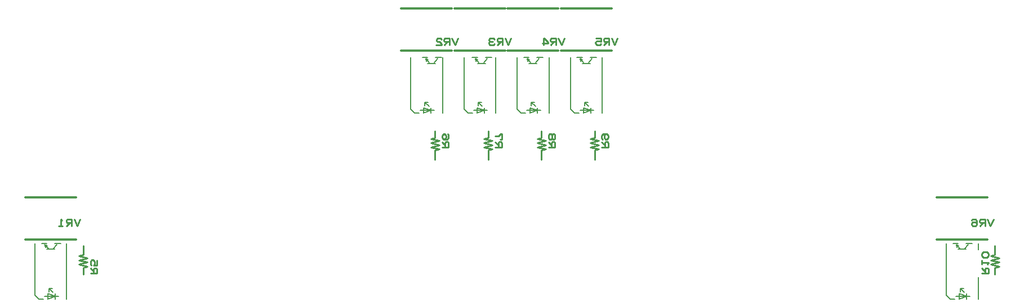
<source format=gbo>
G71*G90*G75*D02*
%ASAXBY*OFA0B0*MOMM*FSLAX44Y44*IPPOS*%
%ADD11C,0.200*%
%ADD12C,0.250*%
%ADD13C,0.300*%
G54D11*
G01X1300500Y1257000D02*
X1321500D01*
X1305500Y1253000D02*
X1316500Y1257000D01*
X1305500Y1261000D01*
Y1253000D01*
X1316500Y1261000D02*
Y1253000D01*
X1307500Y1264000D02*
Y1269000D01*
X1312500D01*
X1307500D02*
X1313500Y1263000D01*
X2670500Y1257000D02*
X2691500D01*
X2675500Y1253000D02*
X2686500Y1257000D01*
X2675500Y1261000D01*
Y1253000D01*
X2686500Y1261000D02*
Y1253000D01*
X2677500Y1264000D02*
Y1269000D01*
X2682500D01*
X2677500D02*
X2683500Y1263000D01*
X1316000Y1337000D02*
X1325000D01*
X1296000D02*
X1304000D01*
X1301000Y1335000D02*
X1304500Y1333500D01*
X1304000Y1328000D02*
X1316000D01*
X1301000Y1335000D02*
X1307000Y1328000D01*
X1313000D02*
X1319000Y1335000D01*
X1301000D02*
X1302000Y1331000D01*
X1888500Y1617000D02*
X1897500D01*
X1868500D02*
X1876500D01*
X1873500Y1615000D02*
X1877000Y1613500D01*
X1876500Y1608000D02*
X1888500D01*
X1873500Y1615000D02*
X1879500Y1608000D01*
X1885500D02*
X1891500Y1615000D01*
X1873500D02*
X1874500Y1611000D01*
X1963500Y1617000D02*
X1972500D01*
X1943500D02*
X1951500D01*
X1948500Y1615000D02*
X1952000Y1613500D01*
X1951500Y1608000D02*
X1963500D01*
X1948500Y1615000D02*
X1954500Y1608000D01*
X1960500D02*
X1966500Y1615000D01*
X1948500D02*
X1949500Y1611000D01*
X2686000Y1337000D02*
X2695000D01*
X2666000D02*
X2674000D01*
X2671000Y1335000D02*
X2674500Y1333500D01*
X2674000Y1328000D02*
X2686000D01*
X2671000Y1335000D02*
X2677000Y1328000D01*
X2683000D02*
X2689000Y1335000D01*
X2671000D02*
X2672000Y1331000D01*
X1334000Y1337000D02*
Y1253000D01*
X1292000D02*
X1299000D01*
X1286000Y1259000D02*
X1292000Y1253000D01*
X1286000Y1337000D02*
Y1259000D01*
X2656000D02*
X2662000Y1253000D01*
X2656000Y1337000D02*
Y1259000D01*
X2662000Y1253000D02*
X2669000D01*
X2704000Y1337000D02*
Y1327000D01*
Y1286000D02*
Y1253000D01*
X2025500Y1537000D02*
X2046500D01*
X2030500Y1533000D02*
X2041500Y1537000D01*
X2030500Y1541000D01*
Y1533000D01*
X2041500Y1541000D02*
Y1533000D01*
X2032500Y1544000D02*
Y1549000D01*
X2037500D01*
X2032500D02*
X2038500Y1543000D01*
G54D12*
X2058250Y1481500D02*
X2068000D01*
Y1488250D01*
X2066500Y1489750D01*
X2064250D01*
X2062750Y1488250D01*
Y1481500D01*
Y1484500D02*
X2058250Y1489000D01*
X2063500Y1495000D02*
X2062000Y1493500D01*
X2059750D01*
X2058250Y1495000D01*
Y1500250D01*
X2059750Y1501750D01*
X2062000D01*
X2063500Y1500250D01*
Y1495000D01*
X2065000Y1493500D01*
X2066500D01*
X2068000Y1495000D01*
Y1500250D01*
X2066500Y1501750D01*
X2065000D01*
X2063500Y1500250D01*
G54D11*
X2011000Y1539000D02*
X2017000Y1533000D01*
X2011000Y1617000D02*
Y1539000D01*
X2017000Y1533000D02*
X2024000D01*
X2059000Y1617000D02*
Y1533000D01*
G54D12*
X2041350Y1494540D02*
X2054050Y1491360D01*
X2041350Y1488190D01*
X2054050Y1485010D01*
X2041350Y1481840D01*
X2054050Y1478660D01*
X2047700Y1496130D02*
X2041350Y1494540D01*
X2054050Y1478660D02*
X2047700Y1477080D01*
Y1506000D02*
Y1496130D01*
Y1463000D02*
Y1477080D01*
G54D11*
X2041000Y1617000D02*
X2050000D01*
X2021000D02*
X2029000D01*
X2026000Y1615000D02*
X2029500Y1613500D01*
X2029000Y1608000D02*
X2041000D01*
X2026000Y1615000D02*
X2032000Y1608000D01*
X2038000D02*
X2044000Y1615000D01*
X2026000D02*
X2027000Y1611000D01*
X2105500Y1537000D02*
X2126500D01*
X2110500Y1533000D02*
X2121500Y1537000D01*
X2110500Y1541000D01*
Y1533000D01*
X2121500Y1541000D02*
Y1533000D01*
X2112500Y1544000D02*
Y1549000D01*
X2117500D01*
X2112500D02*
X2118500Y1543000D01*
X2091000Y1539000D02*
X2097000Y1533000D01*
X2091000Y1617000D02*
Y1539000D01*
X2097000Y1533000D02*
X2104000D01*
X2139000Y1617000D02*
Y1533000D01*
G54D12*
X2121350Y1494540D02*
X2134050Y1491360D01*
X2121350Y1488190D01*
X2134050Y1485010D01*
X2121350Y1481840D01*
X2134050Y1478660D01*
X2127700Y1496130D02*
X2121350Y1494540D01*
X2134050Y1478660D02*
X2127700Y1477080D01*
Y1506000D02*
Y1496130D01*
Y1463000D02*
Y1477080D01*
X2138250Y1481500D02*
X2148000D01*
Y1488250D01*
X2146500Y1489750D01*
X2144250D01*
X2142750Y1488250D01*
Y1481500D01*
Y1484500D02*
X2138250Y1489000D01*
X2139750Y1493500D02*
X2138250Y1495000D01*
Y1499500D01*
X2140500Y1501750D01*
X2145750D01*
X2148000Y1499500D01*
Y1495750D01*
X2145750Y1493500D01*
X2144250D01*
X2142000Y1495750D01*
Y1499500D01*
X2144250Y1501750D01*
G54D11*
X2121000Y1617000D02*
X2130000D01*
X2101000D02*
X2109000D01*
X2106000Y1615000D02*
X2109500Y1613500D01*
X2109000Y1608000D02*
X2121000D01*
X2106000Y1615000D02*
X2112000Y1608000D01*
X2118000D02*
X2124000Y1615000D01*
X2106000D02*
X2107000Y1611000D01*
X1945500Y1537000D02*
X1966500D01*
X1950500Y1533000D02*
X1961500Y1537000D01*
X1950500Y1541000D01*
Y1533000D01*
X1961500Y1541000D02*
Y1533000D01*
X1952500Y1544000D02*
Y1549000D01*
X1957500D01*
X1952500D02*
X1958500Y1543000D01*
G54D12*
X1978250Y1481500D02*
X1988000D01*
Y1488250D01*
X1986500Y1489750D01*
X1984250D01*
X1982750Y1488250D01*
Y1481500D01*
Y1484500D02*
X1978250Y1489000D01*
Y1498000D02*
X1982750D01*
X1986500Y1501750D01*
X1988000D01*
Y1493500D01*
X1985750D01*
G54D11*
X1931000Y1539000D02*
X1937000Y1533000D01*
X1931000Y1617000D02*
Y1539000D01*
X1937000Y1533000D02*
X1944000D01*
X1979000Y1617000D02*
Y1533000D01*
G54D12*
X1961350Y1494540D02*
X1974050Y1491360D01*
X1961350Y1488190D01*
X1974050Y1485010D01*
X1961350Y1481840D01*
X1974050Y1478660D01*
X1967700Y1496130D02*
X1961350Y1494540D01*
X1974050Y1478660D02*
X1967700Y1477080D01*
Y1506000D02*
Y1496130D01*
Y1463000D02*
Y1477080D01*
G54D11*
X1865500Y1537000D02*
X1886500D01*
X1870500Y1533000D02*
X1881500Y1537000D01*
X1870500Y1541000D01*
Y1533000D01*
X1881500Y1541000D02*
Y1533000D01*
X1872500Y1544000D02*
Y1549000D01*
X1877500D01*
X1872500D02*
X1878500Y1543000D01*
G54D12*
X1898250Y1481500D02*
X1908000D01*
Y1488250D01*
X1906500Y1489750D01*
X1904250D01*
X1902750Y1488250D01*
Y1481500D01*
Y1484500D02*
X1898250Y1489000D01*
X1902000Y1493500D02*
X1904250Y1495750D01*
Y1499500D01*
X1902000Y1501750D01*
X1900500D01*
X1898250Y1499500D01*
Y1495750D01*
X1900500Y1493500D01*
X1905750D01*
X1908000Y1495750D01*
Y1500250D01*
X1906500Y1501750D01*
G54D11*
X1851000Y1539000D02*
X1857000Y1533000D01*
X1851000Y1617000D02*
Y1539000D01*
X1857000Y1533000D02*
X1864000D01*
X1899000Y1617000D02*
Y1533000D01*
G54D12*
X1881350Y1494540D02*
X1894050Y1491360D01*
X1881350Y1488190D01*
X1894050Y1485010D01*
X1881350Y1481840D01*
X1894050Y1478660D01*
X1887700Y1496130D02*
X1881350Y1494540D01*
X1894050Y1478660D02*
X1887700Y1477080D01*
Y1506000D02*
Y1496130D01*
Y1463000D02*
Y1477080D01*
G54D13*
X1836900Y1690850D02*
X1913100D01*
Y1627350D02*
X1836900D01*
G54D12*
X1921950Y1645500D02*
X1917450Y1635750D01*
X1912950Y1645500D01*
X1909200Y1635750D02*
Y1645500D01*
X1902450D01*
X1900950Y1644000D01*
Y1641750D01*
X1902450Y1640250D01*
X1909200D01*
X1906200D02*
X1901700Y1635750D01*
X1897200Y1644000D02*
X1895700Y1645500D01*
X1891200D01*
X1889700Y1644000D01*
Y1641750D01*
X1891200Y1640250D01*
X1894200D01*
X1897200Y1637250D01*
Y1635750D01*
X1888950D01*
G54D13*
X1916900Y1690850D02*
X1993100D01*
Y1627350D02*
X1916900D01*
G54D12*
X2001950Y1645500D02*
X1997450Y1635750D01*
X1992950Y1645500D01*
X1989200Y1635750D02*
Y1645500D01*
X1982450D01*
X1980950Y1644000D01*
Y1641750D01*
X1982450Y1640250D01*
X1989200D01*
X1986200D02*
X1981700Y1635750D01*
X1977200Y1637250D02*
X1975700Y1635750D01*
X1970450D01*
X1968950Y1637250D01*
Y1639500D01*
X1970450Y1641000D01*
X1974200D01*
X1970450D02*
X1968950Y1642500D01*
Y1644000D01*
X1970450Y1645500D01*
X1975700D01*
X1977200Y1644000D01*
G54D13*
X1996900Y1690850D02*
X2073100D01*
Y1627350D02*
X1996900D01*
G54D12*
X2081950Y1645500D02*
X2077450Y1635750D01*
X2072950Y1645500D01*
X2069200Y1635750D02*
Y1645500D01*
X2062450D01*
X2060950Y1644000D01*
Y1641750D01*
X2062450Y1640250D01*
X2069200D01*
X2066200D02*
X2061700Y1635750D01*
X2050450D02*
Y1645500D01*
X2051950D01*
X2057950Y1639500D01*
Y1638000D01*
X2048950D01*
G54D13*
X2076900Y1690850D02*
X2153100D01*
Y1627350D02*
X2076900D01*
G54D12*
X2161950Y1645500D02*
X2157450Y1635750D01*
X2152950Y1645500D01*
X2149200Y1635750D02*
Y1645500D01*
X2142450D01*
X2140950Y1644000D01*
Y1641750D01*
X2142450Y1640250D01*
X2149200D01*
X2146200D02*
X2141700Y1635750D01*
X2137200Y1637250D02*
X2135700Y1635750D01*
X2131200D01*
X2128950Y1638000D01*
Y1639500D01*
X2131200Y1641750D01*
X2134950D01*
X2137200Y1640250D01*
Y1645500D01*
X2129700D01*
X2709750Y1291500D02*
X2719500D01*
Y1298250D01*
X2718000Y1299750D01*
X2715750D01*
X2714250Y1298250D01*
Y1291500D01*
Y1294500D02*
X2709750Y1299000D01*
Y1305000D02*
Y1311000D01*
Y1308000D02*
X2719500D01*
X2718000Y1305750D01*
X2712000Y1315500D02*
X2709750Y1317750D01*
Y1321500D01*
X2712000Y1323750D01*
X2717250D01*
X2719500Y1321500D01*
Y1317750D01*
X2717250Y1315500D01*
X2712000D01*
X2735350Y1301960D02*
X2722650Y1305140D01*
X2735350Y1308310D01*
X2722650Y1311490D01*
X2735350Y1314660D01*
X2722650Y1317840D01*
X2729000Y1300370D02*
X2735350Y1301960D01*
X2722650Y1317840D02*
X2729000Y1319420D01*
Y1290500D02*
Y1300370D01*
Y1333500D02*
Y1319420D01*
G54D13*
X2641900Y1405850D02*
X2718100D01*
Y1342350D02*
X2641900D01*
G54D12*
X2726950Y1373000D02*
X2722450Y1363250D01*
X2717950Y1373000D01*
X2714200Y1363250D02*
Y1373000D01*
X2707450D01*
X2705950Y1371500D01*
Y1369250D01*
X2707450Y1367750D01*
X2714200D01*
X2711200D02*
X2706700Y1363250D01*
X2702200Y1367000D02*
X2699950Y1369250D01*
X2696200D01*
X2693950Y1367000D01*
Y1365500D01*
X2696200Y1363250D01*
X2699950D01*
X2702200Y1365500D01*
Y1370750D01*
X2699950Y1373000D01*
X2695450D01*
X2693950Y1371500D01*
X1365350Y1301960D02*
X1352650Y1305140D01*
X1365350Y1308310D01*
X1352650Y1311490D01*
X1365350Y1314660D01*
X1352650Y1317840D01*
X1359000Y1300370D02*
X1365350Y1301960D01*
X1352650Y1317840D02*
X1359000Y1319420D01*
Y1290500D02*
Y1300370D01*
Y1333500D02*
Y1319420D01*
X1369750Y1291500D02*
X1379500D01*
Y1298250D01*
X1378000Y1299750D01*
X1375750D01*
X1374250Y1298250D01*
Y1291500D01*
Y1294500D02*
X1369750Y1299000D01*
X1371250Y1303500D02*
X1369750Y1305000D01*
Y1309500D01*
X1372000Y1311750D01*
X1373500D01*
X1375750Y1309500D01*
Y1305750D01*
X1374250Y1303500D01*
X1379500D01*
Y1311000D01*
X1354250Y1373000D02*
X1349750Y1363250D01*
X1345250Y1373000D01*
X1341500Y1363250D02*
Y1373000D01*
X1334750D01*
X1333250Y1371500D01*
Y1369250D01*
X1334750Y1367750D01*
X1341500D01*
X1338500D02*
X1334000Y1363250D01*
X1328000D02*
X1322000D01*
X1325000D02*
Y1373000D01*
X1327250Y1371500D01*
G54D13*
X1271900Y1405850D02*
X1348100D01*
Y1342350D02*
X1271900D01*
G01X0Y0D02*
M02*

</source>
